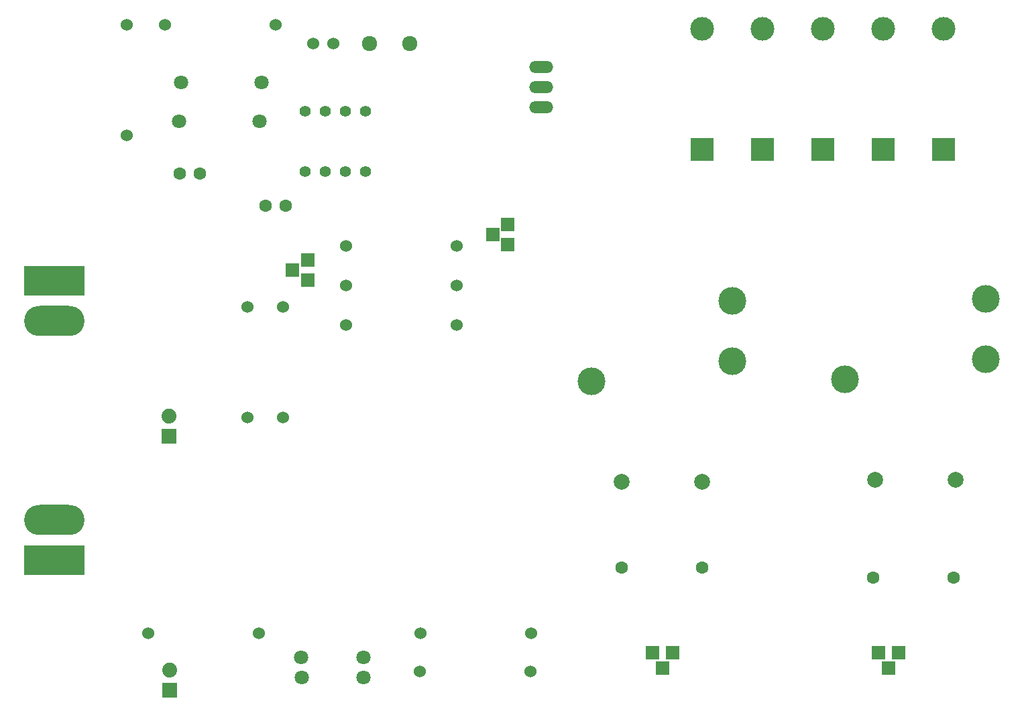
<source format=gtl>
G04 Layer: TopLayer*
G04 EasyEDA v6.5.22, 2023-02-01 00:42:27*
G04 7127771f42f84564bfbaeca74c76f867,1155796f3fab4927abb0b91c794f2a8a,10*
G04 Gerber Generator version 0.2*
G04 Scale: 100 percent, Rotated: No, Reflected: No *
G04 Dimensions in millimeters *
G04 leading zeros omitted , absolute positions ,4 integer and 5 decimal *
%FSLAX45Y45*%
%MOMM*%

%ADD10R,1.8796X1.8796*%
%ADD11C,1.8796*%
%ADD12O,3.0159960000000003X1.5079980000000002*%
%ADD13C,1.5240*%
%ADD14C,1.9200*%
%ADD15C,1.6000*%
%ADD16C,1.8034*%
%ADD17R,3.0000X3.0000*%
%ADD18C,3.0000*%
%ADD19R,7.6200X3.8100*%
%ADD20O,7.62X3.81*%
%ADD21R,1.6764X1.6764*%
%ADD22C,2.0000*%
%ADD23C,3.5000*%
%ADD24C,1.4000*%
%ADD25C,1.8000*%

%LPD*%
D10*
G01*
X2704998Y875004D03*
D11*
G01*
X2704998Y1129004D03*
D10*
G01*
X2699994Y4089984D03*
D11*
G01*
X2699994Y4343984D03*
D12*
G01*
X7398689Y8753297D03*
G01*
X7398689Y8499297D03*
G01*
X7398689Y8245297D03*
D13*
G01*
X4769789Y9045397D03*
G01*
X4515789Y9045397D03*
D14*
G01*
X5226989Y9045397D03*
G01*
X5734989Y9045397D03*
D15*
G01*
X3918889Y7000697D03*
G01*
X4172889Y7000697D03*
G01*
X2827985Y7404988D03*
G01*
X3081985Y7404988D03*
D16*
G01*
X2849981Y8554974D03*
G01*
X3865981Y8554974D03*
G01*
X2826689Y8067497D03*
G01*
X3842689Y8067497D03*
D17*
G01*
X9430689Y7711897D03*
D18*
G01*
X9430689Y9235897D03*
D17*
G01*
X10192689Y7711897D03*
D18*
G01*
X10192689Y9235897D03*
D17*
G01*
X10954689Y7711897D03*
D18*
G01*
X10954689Y9235897D03*
D17*
G01*
X11716689Y7711897D03*
D18*
G01*
X11716689Y9235897D03*
D17*
G01*
X12478689Y7711897D03*
D18*
G01*
X12478689Y9235897D03*
D15*
G01*
X11588978Y2299995D03*
G01*
X12604978Y2299995D03*
G01*
X8413978Y2429992D03*
G01*
X9429978Y2429992D03*
D19*
G01*
X1251889Y6048197D03*
D20*
G01*
X1251889Y5540197D03*
G01*
X1251889Y5540197D03*
D19*
G01*
X1251889Y2524988D03*
D20*
G01*
X1251889Y3032988D03*
G01*
X1251889Y3032988D03*
D21*
G01*
X6973239Y6505397D03*
G01*
X6782739Y6632397D03*
G01*
X6973239Y6759397D03*
G01*
X4445939Y6060897D03*
G01*
X4255439Y6187897D03*
G01*
X4445939Y6314897D03*
G01*
X11906986Y1350238D03*
G01*
X11779986Y1159738D03*
G01*
X11652986Y1350238D03*
G01*
X9051975Y1350238D03*
G01*
X8924975Y1159738D03*
G01*
X8797975Y1350238D03*
D13*
G01*
X2648915Y9286697D03*
G01*
X4045915Y9286697D03*
G01*
X2166289Y7889697D03*
G01*
X2166289Y9286697D03*
G01*
X4139996Y4328998D03*
G01*
X4139996Y5725998D03*
G01*
X3689984Y4328998D03*
G01*
X3689984Y5725998D03*
G01*
X6331915Y6492697D03*
G01*
X4934915Y6492697D03*
G01*
X4934889Y5991047D03*
G01*
X6331889Y5991047D03*
G01*
X4934889Y5489397D03*
G01*
X6331889Y5489397D03*
G01*
X5871489Y1594993D03*
G01*
X7268489Y1594993D03*
G01*
X5866485Y1114983D03*
G01*
X7263485Y1114983D03*
G01*
X2436495Y1599996D03*
G01*
X3833495Y1599996D03*
D22*
G01*
X9430689Y3508197D03*
D23*
G01*
X8032699Y4778197D03*
G01*
X9812680Y5794197D03*
G01*
X9812680Y5032197D03*
D22*
G01*
X8414689Y3508197D03*
G01*
X12630073Y3537178D03*
D23*
G01*
X11232083Y4807178D03*
G01*
X13012064Y5823178D03*
G01*
X13012064Y5061178D03*
D22*
G01*
X11614073Y3537178D03*
D24*
G01*
X4414189Y7432497D03*
G01*
X4668189Y7432497D03*
G01*
X4922189Y7432497D03*
G01*
X5176189Y7432497D03*
G01*
X4414189Y8194497D03*
G01*
X4668189Y8194497D03*
G01*
X4922189Y8194497D03*
G01*
X5176189Y8194497D03*
D25*
G01*
X4368012Y1291488D03*
G01*
X5152009Y1292504D03*
G01*
X5152009Y1038504D03*
G01*
X4368977Y1037488D03*
M02*

</source>
